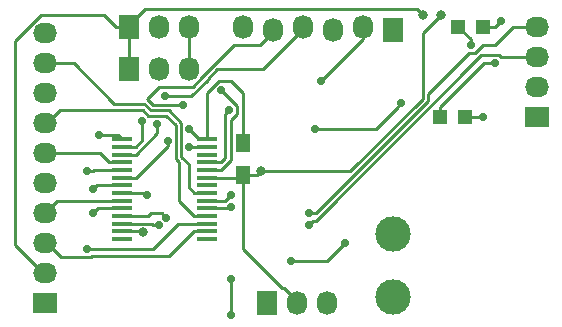
<source format=gtl>
G04 #@! TF.FileFunction,Copper,L1,Top,Signal*
%FSLAX46Y46*%
G04 Gerber Fmt 4.6, Leading zero omitted, Abs format (unit mm)*
G04 Created by KiCad (PCBNEW 4.0.1-3.201512221402+6198~38~ubuntu14.04.1-stable) date Sun 24 Jan 2016 12:58:10 PM PST*
%MOMM*%
G01*
G04 APERTURE LIST*
%ADD10C,0.100000*%
%ADD11R,1.198880X1.198880*%
%ADD12R,1.750000X0.450000*%
%ADD13R,1.727200X2.032000*%
%ADD14O,1.727200X2.032000*%
%ADD15R,2.032000X1.727200*%
%ADD16O,2.032000X1.727200*%
%ADD17R,1.300000X1.500000*%
%ADD18C,3.000000*%
%ADD19C,0.800000*%
%ADD20C,0.700000*%
%ADD21C,0.250000*%
G04 APERTURE END LIST*
D10*
D11*
X163609020Y-104140000D03*
X161510980Y-104140000D03*
X165133020Y-96520000D03*
X163034980Y-96520000D03*
D12*
X134576000Y-106011000D03*
X134576000Y-106661000D03*
X134576000Y-107311000D03*
X134576000Y-107961000D03*
X134576000Y-108611000D03*
X134576000Y-109261000D03*
X134576000Y-109911000D03*
X134576000Y-110561000D03*
X134576000Y-111211000D03*
X134576000Y-111861000D03*
X134576000Y-112511000D03*
X134576000Y-113161000D03*
X134576000Y-113811000D03*
X134576000Y-114461000D03*
X141776000Y-114461000D03*
X141776000Y-113811000D03*
X141776000Y-113161000D03*
X141776000Y-112511000D03*
X141776000Y-111861000D03*
X141776000Y-111211000D03*
X141776000Y-110561000D03*
X141776000Y-109911000D03*
X141776000Y-109261000D03*
X141776000Y-108611000D03*
X141776000Y-107961000D03*
X141776000Y-107311000D03*
X141776000Y-106661000D03*
X141776000Y-106011000D03*
D13*
X157480000Y-96774000D03*
D14*
X154940000Y-96520000D03*
X152400000Y-96774000D03*
X149860000Y-96520000D03*
X147320000Y-96774000D03*
X144780000Y-96520000D03*
D15*
X169672000Y-104140000D03*
D16*
X169672000Y-101600000D03*
X169672000Y-99060000D03*
X169672000Y-96520000D03*
D15*
X128016000Y-119888000D03*
D16*
X128016000Y-117348000D03*
X128016000Y-114808000D03*
X128016000Y-112268000D03*
X128016000Y-109728000D03*
X128016000Y-107188000D03*
X128016000Y-104648000D03*
X128016000Y-102108000D03*
X128016000Y-99568000D03*
X128016000Y-97028000D03*
D13*
X135128000Y-100076000D03*
D14*
X137668000Y-100076000D03*
X140208000Y-100076000D03*
D13*
X135128000Y-96520000D03*
D14*
X137668000Y-96520000D03*
X140208000Y-96520000D03*
D17*
X144780000Y-106346000D03*
X144780000Y-109046000D03*
D18*
X157480000Y-119380000D03*
X157480000Y-114080000D03*
D13*
X146812000Y-119888000D03*
D14*
X149352000Y-119888000D03*
X151892000Y-119888000D03*
D19*
X161544000Y-95504000D03*
X146304000Y-108712000D03*
X136313723Y-113886020D03*
D20*
X143764000Y-117856000D03*
X143764000Y-120904000D03*
X140208000Y-106680000D03*
X164084000Y-98044000D03*
X166116000Y-99568000D03*
X151384000Y-101092000D03*
X143764000Y-111760000D03*
X136652000Y-110744000D03*
X140208000Y-105156000D03*
X143764000Y-110744000D03*
D19*
X160020000Y-95504000D03*
D20*
X165100000Y-104140000D03*
X166624000Y-96012000D03*
X132588000Y-105664000D03*
X136279507Y-104470951D03*
X138176000Y-102339967D03*
X137528825Y-104699025D03*
X139700000Y-103124000D03*
X131572000Y-108712000D03*
X138407977Y-106173210D03*
X158189179Y-102984199D03*
X150876000Y-105156000D03*
X132080000Y-110236000D03*
X148844000Y-116332000D03*
X153416000Y-114808000D03*
X132080000Y-112268000D03*
X138304404Y-112647596D03*
X150368000Y-112268000D03*
X137668000Y-113284000D03*
X150368000Y-113284000D03*
X131572000Y-115316000D03*
X142936591Y-101858032D03*
X143603170Y-103532547D03*
D21*
X153882276Y-108712000D02*
X146304000Y-108712000D01*
X160020000Y-97028000D02*
X160020000Y-102574276D01*
X160020000Y-102574276D02*
X153882276Y-108712000D01*
X161544000Y-95504000D02*
X160020000Y-97028000D01*
X144780000Y-109046000D02*
X145970000Y-109046000D01*
X145970000Y-109046000D02*
X146304000Y-108712000D01*
X141776000Y-109261000D02*
X144565000Y-109261000D01*
X144565000Y-109261000D02*
X144780000Y-109046000D01*
X144780000Y-109046000D02*
X144780000Y-115316000D01*
X144780000Y-115316000D02*
X148086000Y-118622000D01*
X148086000Y-118622000D02*
X148238400Y-118622000D01*
X148238400Y-118622000D02*
X149352000Y-119735600D01*
X149352000Y-119735600D02*
X149352000Y-119888000D01*
X136238703Y-113811000D02*
X136313723Y-113886020D01*
X134576000Y-113811000D02*
X136238703Y-113811000D01*
X143764000Y-120904000D02*
X143764000Y-117856000D01*
X141776000Y-106661000D02*
X140227000Y-106661000D01*
X140227000Y-106661000D02*
X140208000Y-106680000D01*
X164084000Y-98044000D02*
X164084000Y-97569020D01*
X164084000Y-97569020D02*
X163034980Y-96520000D01*
X161510980Y-104140000D02*
X161510980Y-103290560D01*
X161510980Y-103290560D02*
X165233540Y-99568000D01*
X165233540Y-99568000D02*
X166116000Y-99568000D01*
X151384000Y-101092000D02*
X154940000Y-97536000D01*
X154940000Y-97536000D02*
X154940000Y-96520000D01*
X140208000Y-96520000D02*
X140208000Y-97786000D01*
X140208000Y-97786000D02*
X140208000Y-100076000D01*
X141776000Y-111861000D02*
X143663000Y-111861000D01*
X143663000Y-111861000D02*
X143764000Y-111760000D01*
X134576000Y-110561000D02*
X136469000Y-110561000D01*
X136469000Y-110561000D02*
X136652000Y-110744000D01*
X141063000Y-106011000D02*
X140208000Y-105156000D01*
X141776000Y-106011000D02*
X141063000Y-106011000D01*
X144780000Y-106346000D02*
X144780000Y-102108000D01*
X144780000Y-102108000D02*
X143764000Y-101092000D01*
X143764000Y-101092000D02*
X142748000Y-101092000D01*
X142748000Y-101092000D02*
X141776000Y-102064000D01*
X141776000Y-102064000D02*
X141776000Y-106011000D01*
X143764000Y-110744000D02*
X143297000Y-111211000D01*
X143297000Y-111211000D02*
X141776000Y-111211000D01*
X136499600Y-94996000D02*
X159512000Y-94996000D01*
X159512000Y-94996000D02*
X160020000Y-95504000D01*
X135128000Y-96520000D02*
X135128000Y-96367600D01*
X135128000Y-96367600D02*
X136499600Y-94996000D01*
X125476000Y-97734652D02*
X125476000Y-114960400D01*
X125476000Y-114960400D02*
X127863600Y-117348000D01*
X127863600Y-117348000D02*
X128016000Y-117348000D01*
X132998400Y-95504000D02*
X127706652Y-95504000D01*
X127706652Y-95504000D02*
X125476000Y-97734652D01*
X135128000Y-96520000D02*
X134014400Y-96520000D01*
X134014400Y-96520000D02*
X132998400Y-95504000D01*
X135128000Y-100076000D02*
X135128000Y-96520000D01*
X165100000Y-104140000D02*
X163609020Y-104140000D01*
X165133020Y-96520000D02*
X166116000Y-96520000D01*
X166116000Y-96520000D02*
X166624000Y-96012000D01*
X132588000Y-105664000D02*
X134229000Y-105664000D01*
X134229000Y-105664000D02*
X134576000Y-106011000D01*
X146456400Y-100076000D02*
X142619589Y-100076000D01*
X140413791Y-102339967D02*
X138670974Y-102339967D01*
X149860000Y-96672400D02*
X146456400Y-100076000D01*
X149860000Y-96520000D02*
X149860000Y-96672400D01*
X142619589Y-100076000D02*
X141789989Y-100905600D01*
X141789989Y-100905600D02*
X141789989Y-100963769D01*
X141789989Y-100963769D02*
X140413791Y-102339967D01*
X138670974Y-102339967D02*
X138176000Y-102339967D01*
X136279507Y-104965925D02*
X136279507Y-104470951D01*
X134576000Y-106661000D02*
X135701000Y-106661000D01*
X136279507Y-106082493D02*
X136279507Y-104965925D01*
X135701000Y-106661000D02*
X136279507Y-106082493D01*
X139700000Y-103124000D02*
X137160000Y-103124000D01*
X136652000Y-102616000D02*
X137668000Y-101600000D01*
X137668000Y-101600000D02*
X140517348Y-101600000D01*
X140517348Y-101600000D02*
X141339978Y-100777370D01*
X137160000Y-103124000D02*
X136652000Y-102616000D01*
X141339978Y-100777370D02*
X141339978Y-100719200D01*
X141339978Y-100719200D02*
X144019178Y-98040000D01*
X144019178Y-98040000D02*
X146206400Y-98040000D01*
X147320000Y-96926400D02*
X147320000Y-96774000D01*
X146206400Y-98040000D02*
X147320000Y-96926400D01*
X137528825Y-105483175D02*
X137528825Y-105193999D01*
X135701000Y-107311000D02*
X137528825Y-105483175D01*
X137528825Y-105193999D02*
X137528825Y-104699025D01*
X134576000Y-107311000D02*
X135701000Y-107311000D01*
X132678000Y-107188000D02*
X133451000Y-107961000D01*
X128016000Y-107188000D02*
X132678000Y-107188000D01*
X133451000Y-107961000D02*
X134576000Y-107961000D01*
X131572000Y-108712000D02*
X132066974Y-108712000D01*
X132167974Y-108611000D02*
X133451000Y-108611000D01*
X132066974Y-108712000D02*
X132167974Y-108611000D01*
X133451000Y-108611000D02*
X134576000Y-108611000D01*
X138407977Y-106554023D02*
X138407977Y-106173210D01*
X135701000Y-109261000D02*
X138407977Y-106554023D01*
X134576000Y-109261000D02*
X135701000Y-109261000D01*
X150876000Y-105156000D02*
X156017378Y-105156000D01*
X157839180Y-103334198D02*
X158189179Y-102984199D01*
X156017378Y-105156000D02*
X157839180Y-103334198D01*
X132080000Y-110236000D02*
X132429999Y-109886001D01*
X132429999Y-109886001D02*
X134551001Y-109886001D01*
X134551001Y-109886001D02*
X134576000Y-109911000D01*
X153416000Y-114808000D02*
X151892000Y-116332000D01*
X151892000Y-116332000D02*
X148844000Y-116332000D01*
X134576000Y-111211000D02*
X129073000Y-111211000D01*
X129073000Y-111211000D02*
X128016000Y-112268000D01*
X132080000Y-112268000D02*
X132487000Y-111861000D01*
X132487000Y-111861000D02*
X134576000Y-111861000D01*
X167640000Y-96520000D02*
X168406000Y-96520000D01*
X166116000Y-98044000D02*
X167640000Y-96520000D01*
X165083002Y-98044000D02*
X166116000Y-98044000D01*
X164408001Y-98719001D02*
X165083002Y-98044000D01*
X163916999Y-98719001D02*
X164408001Y-98719001D01*
X160470011Y-102165989D02*
X163916999Y-98719001D01*
X160470011Y-102760676D02*
X160470011Y-102165989D01*
X150368000Y-112268000D02*
X150962687Y-112268000D01*
X168406000Y-96520000D02*
X169672000Y-96520000D01*
X150962687Y-112268000D02*
X160470011Y-102760676D01*
X137001993Y-112297597D02*
X137954405Y-112297597D01*
X134576000Y-112511000D02*
X136788590Y-112511000D01*
X137954405Y-112297597D02*
X138304404Y-112647596D01*
X136788590Y-112511000D02*
X137001993Y-112297597D01*
X150717999Y-112934001D02*
X150368000Y-113284000D01*
X150933097Y-112934001D02*
X150717999Y-112934001D01*
X166440002Y-98892998D02*
X164974100Y-98892998D01*
X166607004Y-99060000D02*
X166440002Y-98892998D01*
X169672000Y-99060000D02*
X166607004Y-99060000D01*
X164974100Y-98892998D02*
X150933097Y-112934001D01*
X137668000Y-113284000D02*
X137173026Y-113284000D01*
X137173026Y-113284000D02*
X137050026Y-113161000D01*
X137050026Y-113161000D02*
X135701000Y-113161000D01*
X135701000Y-113161000D02*
X134576000Y-113161000D01*
X128168400Y-114808000D02*
X128016000Y-114808000D01*
X129351402Y-115991002D02*
X128168400Y-114808000D01*
X131896002Y-115991002D02*
X129351402Y-115991002D01*
X131965404Y-115921600D02*
X131896002Y-115991002D01*
X138540400Y-115921600D02*
X131965404Y-115921600D01*
X140651000Y-113811000D02*
X138540400Y-115921600D01*
X141776000Y-113811000D02*
X140651000Y-113811000D01*
X137143002Y-115316000D02*
X132066974Y-115316000D01*
X139298002Y-113161000D02*
X137143002Y-115316000D01*
X141776000Y-113161000D02*
X139298002Y-113161000D01*
X132066974Y-115316000D02*
X131572000Y-115316000D01*
X139359002Y-107974416D02*
X139359002Y-111219002D01*
X138311201Y-104024022D02*
X139082987Y-104795808D01*
X136297578Y-103534400D02*
X136787200Y-104024022D01*
X139359002Y-111219002D02*
X140651000Y-112511000D01*
X128168400Y-104648000D02*
X129282000Y-103534400D01*
X139082987Y-104795808D02*
X139082987Y-107698402D01*
X136787200Y-104024022D02*
X138311201Y-104024022D01*
X128016000Y-104648000D02*
X128168400Y-104648000D01*
X140651000Y-112511000D02*
X141776000Y-112511000D01*
X139082987Y-107698402D02*
X139359002Y-107974416D01*
X129282000Y-103534400D02*
X136297578Y-103534400D01*
X140651000Y-110561000D02*
X141776000Y-110561000D01*
X140176835Y-110086835D02*
X140651000Y-110561000D01*
X139532998Y-104609408D02*
X139532998Y-107512002D01*
X138497601Y-103574011D02*
X139532998Y-104609408D01*
X136973600Y-103574011D02*
X138497601Y-103574011D01*
X136414576Y-103014987D02*
X136973600Y-103574011D01*
X133901400Y-103014987D02*
X136414576Y-103014987D01*
X130454413Y-99568000D02*
X133901400Y-103014987D01*
X140176835Y-108155839D02*
X140176835Y-110086835D01*
X128016000Y-99568000D02*
X130454413Y-99568000D01*
X139532998Y-107512002D02*
X140176835Y-108155839D01*
X143286590Y-102208031D02*
X142936591Y-101858032D01*
X144278172Y-103199613D02*
X143286590Y-102208031D01*
X143764000Y-104370721D02*
X144278172Y-103856549D01*
X144278172Y-103856549D02*
X144278172Y-103199613D01*
X143764000Y-107748000D02*
X143764000Y-104370721D01*
X141776000Y-108611000D02*
X142901000Y-108611000D01*
X142901000Y-108611000D02*
X143764000Y-107748000D01*
X141776000Y-107961000D02*
X142901000Y-107961000D01*
X143256000Y-107606000D02*
X143256000Y-103879717D01*
X143256000Y-103879717D02*
X143603170Y-103532547D01*
X142901000Y-107961000D02*
X143256000Y-107606000D01*
M02*

</source>
